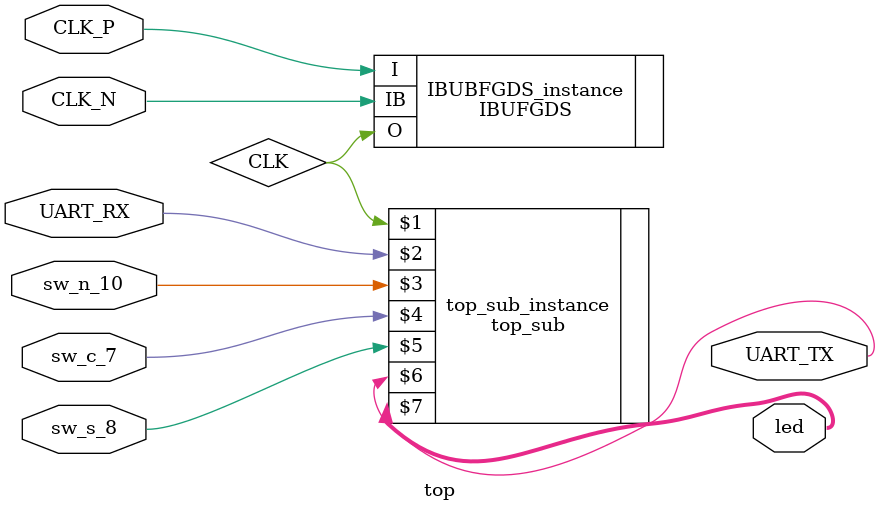
<source format=sv>
module top #(  // todo : reset system
	parameter INST_MEM_WIDTH = 2,
	parameter DATA_MEM_WIDTH = 7
) (
	input logic CLK_P,
	input logic CLK_N,
	input logic UART_RX,
	input logic sw_n_10,
	input logic sw_c_7,
//	input logic sw_e_9,
	input logic sw_s_8,
//	input logic sw_w_6,
//	input logic [3:0] sw,
	output logic UART_TX,
	output logic [3:0] led
);
	//clk generate
	logic CLK;
	IBUFGDS IBUBFGDS_instance(.I(CLK_P), .IB(CLK_N), .O(CLK));
	
	top_sub #(INST_MEM_WIDTH, DATA_MEM_WIDTH) top_sub_instance(
			CLK,
			UART_RX,
			sw_n_10,
			sw_c_7,
//			sw_e_9,
			sw_s_8,
//			sw_w_6,
//			sw,
			UART_TX,
			led
	);
endmodule

</source>
